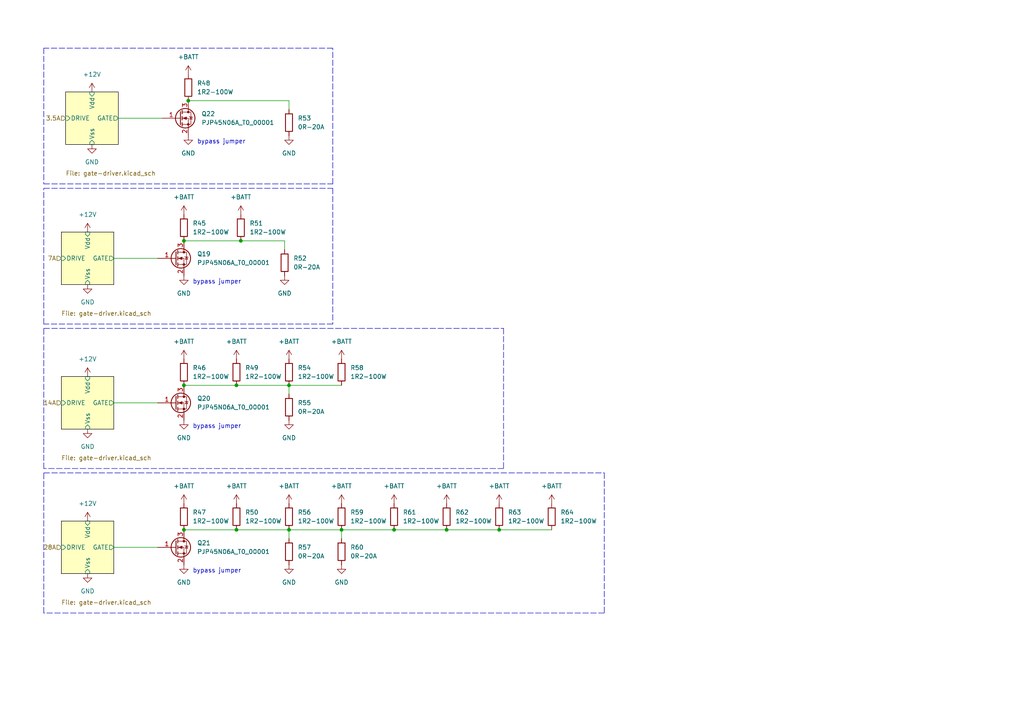
<source format=kicad_sch>
(kicad_sch (version 20211123) (generator eeschema)
  (paper "A4")
  (lib_symbols
    (symbol "OEM:0R-20A" (pin_numbers hide) (pin_names (offset 0))
      (property "Reference" "R" (at 2.032 0 90))
      (property "Value" "0R-20A" (at 0 0 90))
      (symbol "0R-20A_0_1"
        (rectangle (start -1.016 -2.54) (end 1.016 2.54) (stroke (width 0.254)))
      )
      (symbol "0R-20A_1_1"
        (pin passive line (at 0 3.81 270) (length 1.27) (name "~") (number "1"))
        (pin passive line (at 0 -3.81 90) (length 1.27) (name "~") (number "2"))
      )
    )
    (symbol "OEM:1R2-100W" (pin_numbers hide) (pin_names (offset 0))
      (property "Reference" "R" (at 2.032 0 90))
      (property "Value" "1R2-100W" (at 0 0 90))
      (symbol "1R2-100W_0_1"
        (rectangle (start -1.016 -2.54) (end 1.016 2.54) (stroke (width 0.254)))
      )
      (symbol "1R2-100W_1_1"
        (pin passive line (at 0 3.81 270) (length 1.27) (name "~") (number "1"))
        (pin passive line (at 0 -3.81 90) (length 1.27) (name "~") (number "2"))
      )
    )
    (symbol "OEM:PJP45N06A_T0_00001" (pin_names (offset 0) hide)
      (property "Reference" "Q" (at 5.08 1.905 0))
      (property "Value" "PJP45N06A_T0_00001" (at 5.08 0 0))
      (symbol "PJP45N06A_T0_00001_0_1"
        (polyline (pts (xy 0.762 -1.778) (xy 2.54 -1.778)))
        (polyline (pts (xy 0.762 -1.27) (xy 0.762 -2.286)) (stroke (width 0.254)))
        (polyline (pts (xy 0.762 0) (xy 2.54 0)))
        (polyline (pts (xy 0.762 0.508) (xy 0.762 -0.508)) (stroke (width 0.254)))
        (polyline (pts (xy 0.762 1.778) (xy 2.54 1.778)))
        (polyline (pts (xy 0.762 2.286) (xy 0.762 1.27)) (stroke (width 0.254)))
        (polyline (pts (xy 2.54 -1.778) (xy 2.54 -2.54)))
        (polyline (pts (xy 2.54 -1.778) (xy 2.54 0)))
        (polyline (pts (xy 2.54 2.54) (xy 2.54 1.778)))
        (polyline (pts (xy 0.254 1.905) (xy 0.254 -1.905) (xy 0.254 -1.905)) (stroke (width 0.254)))
        (polyline (pts (xy 1.016 0) (xy 2.032 0.381) (xy 2.032 -0.381) (xy 1.016 0)) (fill (type outline)))
        (polyline (pts (xy 2.54 -1.778) (xy 3.302 -1.778) (xy 3.302 1.778) (xy 2.54 1.778)))
        (polyline (pts (xy 2.794 0.508) (xy 2.921 0.381) (xy 3.683 0.381) (xy 3.81 0.254)))
        (polyline (pts (xy 3.302 0.381) (xy 2.921 -0.254) (xy 3.683 -0.254) (xy 3.302 0.381)))
        (circle (center 1.651 0) (radius 2.8194) (stroke (width 0.254)))
        (circle (center 2.54 -1.778) (radius 0.2794) (fill (type outline)))
        (circle (center 2.54 1.778) (radius 0.2794) (fill (type outline)))
      )
      (symbol "PJP45N06A_T0_00001_1_1"
        (pin input line (at -5.08 0 0) (length 5.334) (name "G") (number "1"))
        (pin passive line (at 2.54 -5.08 90) (length 2.54) (name "S") (number "2"))
        (pin passive line (at 2.54 5.08 270) (length 2.54) (name "D") (number "3"))
      )
    )
    (symbol "PJP45N06A_T0_00001_1" (pin_names (offset 0) hide)
      (property "Reference" "Q" (at 5.08 1.905 0))
      (property "Value" "PJP45N06A_T0_00001_1" (at 5.08 0 0))
      (symbol "PJP45N06A_T0_00001_1_0_1"
        (polyline (pts (xy 0.762 -1.778) (xy 2.54 -1.778)))
        (polyline (pts (xy 0.762 -1.27) (xy 0.762 -2.286)) (stroke (width 0.254)))
        (polyline (pts (xy 0.762 0) (xy 2.54 0)))
        (polyline (pts (xy 0.762 0.508) (xy 0.762 -0.508)) (stroke (width 0.254)))
        (polyline (pts (xy 0.762 1.778) (xy 2.54 1.778)))
        (polyline (pts (xy 0.762 2.286) (xy 0.762 1.27)) (stroke (width 0.254)))
        (polyline (pts (xy 2.54 -1.778) (xy 2.54 -2.54)))
        (polyline (pts (xy 2.54 -1.778) (xy 2.54 0)))
        (polyline (pts (xy 2.54 2.54) (xy 2.54 1.778)))
        (polyline (pts (xy 0.254 1.905) (xy 0.254 -1.905) (xy 0.254 -1.905)) (stroke (width 0.254)))
        (polyline (pts (xy 1.016 0) (xy 2.032 0.381) (xy 2.032 -0.381) (xy 1.016 0)) (fill (type outline)))
        (polyline (pts (xy 2.54 -1.778) (xy 3.302 -1.778) (xy 3.302 1.778) (xy 2.54 1.778)))
        (polyline (pts (xy 2.794 0.508) (xy 2.921 0.381) (xy 3.683 0.381) (xy 3.81 0.254)))
        (polyline (pts (xy 3.302 0.381) (xy 2.921 -0.254) (xy 3.683 -0.254) (xy 3.302 0.381)))
        (circle (center 1.651 0) (radius 2.8194) (stroke (width 0.254)))
        (circle (center 2.54 -1.778) (radius 0.2794) (fill (type outline)))
        (circle (center 2.54 1.778) (radius 0.2794) (fill (type outline)))
      )
      (symbol "PJP45N06A_T0_00001_1_1_1"
        (pin input line (at -5.08 0 0) (length 5.334) (name "G") (number "1"))
        (pin passive line (at 2.54 -5.08 90) (length 2.54) (name "S") (number "2"))
        (pin passive line (at 2.54 5.08 270) (length 2.54) (name "D") (number "3"))
      )
    )
    (symbol "PJP45N06A_T0_00001_2" (pin_names (offset 0) hide)
      (property "Reference" "Q" (at 5.08 1.905 0))
      (property "Value" "PJP45N06A_T0_00001_2" (at 5.08 0 0))
      (symbol "PJP45N06A_T0_00001_2_0_1"
        (polyline (pts (xy 0.762 -1.778) (xy 2.54 -1.778)))
        (polyline (pts (xy 0.762 -1.27) (xy 0.762 -2.286)) (stroke (width 0.254)))
        (polyline (pts (xy 0.762 0) (xy 2.54 0)))
        (polyline (pts (xy 0.762 0.508) (xy 0.762 -0.508)) (stroke (width 0.254)))
        (polyline (pts (xy 0.762 1.778) (xy 2.54 1.778)))
        (polyline (pts (xy 0.762 2.286) (xy 0.762 1.27)) (stroke (width 0.254)))
        (polyline (pts (xy 2.54 -1.778) (xy 2.54 -2.54)))
        (polyline (pts (xy 2.54 -1.778) (xy 2.54 0)))
        (polyline (pts (xy 2.54 2.54) (xy 2.54 1.778)))
        (polyline (pts (xy 0.254 1.905) (xy 0.254 -1.905) (xy 0.254 -1.905)) (stroke (width 0.254)))
        (polyline (pts (xy 1.016 0) (xy 2.032 0.381) (xy 2.032 -0.381) (xy 1.016 0)) (fill (type outline)))
        (polyline (pts (xy 2.54 -1.778) (xy 3.302 -1.778) (xy 3.302 1.778) (xy 2.54 1.778)))
        (polyline (pts (xy 2.794 0.508) (xy 2.921 0.381) (xy 3.683 0.381) (xy 3.81 0.254)))
        (polyline (pts (xy 3.302 0.381) (xy 2.921 -0.254) (xy 3.683 -0.254) (xy 3.302 0.381)))
        (circle (center 1.651 0) (radius 2.8194) (stroke (width 0.254)))
        (circle (center 2.54 -1.778) (radius 0.2794) (fill (type outline)))
        (circle (center 2.54 1.778) (radius 0.2794) (fill (type outline)))
      )
      (symbol "PJP45N06A_T0_00001_2_1_1"
        (pin input line (at -5.08 0 0) (length 5.334) (name "G") (number "1"))
        (pin passive line (at 2.54 -5.08 90) (length 2.54) (name "S") (number "2"))
        (pin passive line (at 2.54 5.08 270) (length 2.54) (name "D") (number "3"))
      )
    )
    (symbol "PJP45N06A_T0_00001_3" (pin_names (offset 0) hide)
      (property "Reference" "Q" (at 5.08 1.905 0))
      (property "Value" "PJP45N06A_T0_00001_3" (at 5.08 0 0))
      (symbol "PJP45N06A_T0_00001_3_0_1"
        (polyline (pts (xy 0.762 -1.778) (xy 2.54 -1.778)))
        (polyline (pts (xy 0.762 -1.27) (xy 0.762 -2.286)) (stroke (width 0.254)))
        (polyline (pts (xy 0.762 0) (xy 2.54 0)))
        (polyline (pts (xy 0.762 0.508) (xy 0.762 -0.508)) (stroke (width 0.254)))
        (polyline (pts (xy 0.762 1.778) (xy 2.54 1.778)))
        (polyline (pts (xy 0.762 2.286) (xy 0.762 1.27)) (stroke (width 0.254)))
        (polyline (pts (xy 2.54 -1.778) (xy 2.54 -2.54)))
        (polyline (pts (xy 2.54 -1.778) (xy 2.54 0)))
        (polyline (pts (xy 2.54 2.54) (xy 2.54 1.778)))
        (polyline (pts (xy 0.254 1.905) (xy 0.254 -1.905) (xy 0.254 -1.905)) (stroke (width 0.254)))
        (polyline (pts (xy 1.016 0) (xy 2.032 0.381) (xy 2.032 -0.381) (xy 1.016 0)) (fill (type outline)))
        (polyline (pts (xy 2.54 -1.778) (xy 3.302 -1.778) (xy 3.302 1.778) (xy 2.54 1.778)))
        (polyline (pts (xy 2.794 0.508) (xy 2.921 0.381) (xy 3.683 0.381) (xy 3.81 0.254)))
        (polyline (pts (xy 3.302 0.381) (xy 2.921 -0.254) (xy 3.683 -0.254) (xy 3.302 0.381)))
        (circle (center 1.651 0) (radius 2.8194) (stroke (width 0.254)))
        (circle (center 2.54 -1.778) (radius 0.2794) (fill (type outline)))
        (circle (center 2.54 1.778) (radius 0.2794) (fill (type outline)))
      )
      (symbol "PJP45N06A_T0_00001_3_1_1"
        (pin input line (at -5.08 0 0) (length 5.334) (name "G") (number "1"))
        (pin passive line (at 2.54 -5.08 90) (length 2.54) (name "S") (number "2"))
        (pin passive line (at 2.54 5.08 270) (length 2.54) (name "D") (number "3"))
      )
    )
    (symbol "power:+12V" (power) (pin_names (offset 0))
      (property "Value" "+12V" (at 0 3.556 0))
      (symbol "+12V_0_1"
        (polyline (pts (xy -0.762 1.27) (xy 0 2.54)))
        (polyline (pts (xy 0 0) (xy 0 2.54)))
        (polyline (pts (xy 0 2.54) (xy 0.762 1.27)))
      )
      (symbol "+12V_1_1"
        (pin power_in line (at 0 0 90) (length 0) hide (name "+12V") (number "1"))
      )
    )
    (symbol "power:+BATT" (power) (pin_names (offset 0))
      (property "Value" "+BATT" (at 0 3.556 0))
      (symbol "+BATT_0_1"
        (polyline (pts (xy -0.762 1.27) (xy 0 2.54)))
        (polyline (pts (xy 0 0) (xy 0 2.54)))
        (polyline (pts (xy 0 2.54) (xy 0.762 1.27)))
      )
      (symbol "+BATT_1_1"
        (pin power_in line (at 0 0 90) (length 0) hide (name "+BATT") (number "1"))
      )
    )
    (symbol "power:GND" (power) (pin_names (offset 0))
      (property "Value" "GND" (at 0 -3.81 0))
      (symbol "GND_0_1"
        (polyline (pts (xy 0 0) (xy 0 -1.27) (xy 1.27 -1.27) (xy 0 -2.54) (xy -1.27 -1.27) (xy 0 -1.27)))
      )
      (symbol "GND_1_1"
        (pin power_in line (at 0 0 270) (length 0) hide (name "GND") (number "1"))
      )
    )
  )
  (junction (at 53.34 153.67))
  (junction (at 99.06 153.67))
  (junction (at 114.3 153.67))
  (junction (at 83.82 111.76))
  (junction (at 68.58 153.67))
  (junction (at 54.61 29.21))
  (junction (at 53.34 111.76))
  (junction (at 83.82 153.67))
  (junction (at 129.54 153.67))
  (junction (at 69.85 69.85))
  (junction (at 68.58 111.76))
  (junction (at 144.78 153.67))
  (junction (at 53.34 69.85))
  (wire (pts (xy 69.85 69.85) (xy 82.55 69.85)))
  (wire (pts (xy 33.02 158.75) (xy 45.72 158.75)))
  (polyline (pts (xy 12.7 135.89) (xy 12.7 95.25)))
  (wire (pts (xy 33.02 116.84) (xy 45.72 116.84)))
  (wire (pts (xy 82.55 69.85) (xy 82.55 72.39)))
  (wire (pts (xy 54.61 29.21) (xy 83.82 29.21)))
  (wire (pts (xy 99.06 153.67) (xy 114.3 153.67)))
  (polyline (pts (xy 12.7 53.34) (xy 96.52 53.34)))
  (polyline (pts (xy 12.7 54.61) (xy 96.52 54.61)))
  (wire (pts (xy 83.82 29.21) (xy 83.82 31.75)))
  (polyline (pts (xy 146.05 95.25) (xy 146.05 135.89)))
  (wire (pts (xy 83.82 111.76) (xy 83.82 114.3)))
  (wire (pts (xy 83.82 111.76) (xy 99.06 111.76)))
  (wire (pts (xy 68.58 153.67) (xy 83.82 153.67)))
  (wire (pts (xy 129.54 153.67) (xy 144.78 153.67)))
  (wire (pts (xy 68.58 111.76) (xy 83.82 111.76)))
  (wire (pts (xy 53.34 153.67) (xy 68.58 153.67)))
  (polyline (pts (xy 12.7 177.8) (xy 12.7 137.16)))
  (polyline (pts (xy 146.05 135.89) (xy 12.7 135.89)))
  (polyline (pts (xy 96.52 54.61) (xy 96.52 93.98)))
  (wire (pts (xy 144.78 153.67) (xy 160.02 153.67)))
  (wire (pts (xy 83.82 153.67) (xy 99.06 153.67)))
  (wire (pts (xy 99.06 153.67) (xy 99.06 156.21)))
  (polyline (pts (xy 12.7 95.25) (xy 146.05 95.25)))
  (wire (pts (xy 53.34 69.85) (xy 69.85 69.85)))
  (wire (pts (xy 34.29 34.29) (xy 46.99 34.29)))
  (polyline (pts (xy 12.7 93.98) (xy 12.7 54.61)))
  (polyline (pts (xy 175.26 137.16) (xy 175.26 177.8)))
  (polyline (pts (xy 12.7 137.16) (xy 175.26 137.16)))
  (wire (pts (xy 114.3 153.67) (xy 129.54 153.67)))
  (polyline (pts (xy 175.26 177.8) (xy 12.7 177.8)))
  (polyline (pts (xy 12.7 13.97) (xy 12.7 53.34)))
  (polyline (pts (xy 96.52 13.97) (xy 12.7 13.97)))
  (wire (pts (xy 83.82 153.67) (xy 83.82 156.21)))
  (wire (pts (xy 33.02 74.93) (xy 45.72 74.93)))
  (polyline (pts (xy 96.52 53.34) (xy 96.52 13.97)))
  (wire (pts (xy 53.34 111.76) (xy 68.58 111.76)))
  (polyline (pts (xy 96.52 93.98) (xy 12.7 93.98)))
  (text "bypass jumper" (at 57.15 41.91 0) (effects (font (size 1.27 1.27)) (justify left bottom)))
  (text "bypass jumper" (at 55.88 124.46 0) (effects (font (size 1.27 1.27)) (justify left bottom)))
  (text "bypass jumper" (at 55.88 166.37 0) (effects (font (size 1.27 1.27)) (justify left bottom)))
  (text "bypass jumper" (at 55.88 82.55 0) (effects (font (size 1.27 1.27)) (justify left bottom)))
  (hierarchical_label "28A" (shape input) (at 17.78 158.75 180))
  (hierarchical_label "14A" (shape input) (at 17.78 116.84 180))
  (hierarchical_label "7A" (shape input) (at 17.78 74.93 180))
  (hierarchical_label "3.5A" (shape input) (at 19.05 34.29 180))
  (symbol (lib_id "power:GND") (at 82.55 80.01 0) (unit 1)
    (property "Reference" "#PWR?" (effects hide))
    (property "Value" "GND" (at 82.55 85.09 0))
  )
  (symbol (lib_id "power:+BATT") (at 68.58 104.14 0) (unit 1)
    (property "Reference" "#PWR?" (effects hide))
    (property "Value" "+BATT" (at 68.58 99.06 0))
  )
  (symbol (lib_id "OEM:0R-20A") (at 99.06 160.02 0) (unit 1)
    (property "Reference" "R60" (at 101.6 158.7499 0) (effects (justify left)))
    (property "Value" "0R-20A" (at 101.6 161.2899 0) (effects (justify left)))
    (property "Footprint" "OEM:Keystone_5102" (effects hide))
    (property "Datasheet" "https://drive.google.com/file/d/1HKFeeZF7ufPdA83_Gbo5zhYmCSN29wBu/view?usp=share_link" (effects hide))
    (property "MPN" "5102" (effects hide))
  )
  (symbol (lib_id "power:GND") (at 25.4 82.55 0) (unit 1)
    (property "Reference" "#PWR?" (effects hide))
    (property "Value" "GND" (at 25.4 87.63 0))
  )
  (symbol (lib_id "OEM:1R2-100W") (at 144.78 149.86 0) (unit 1)
    (property "Reference" "R63" (at 147.32 148.5899 0) (effects (justify left)))
    (property "Value" "1R2-100W" (at 147.32 151.1299 0) (effects (justify left)))
    (property "Footprint" "Package_TO_SOT_THT:TO-247-2_Vertical" (effects hide))
    (property "Datasheet" "https://drive.google.com/file/d/1gwS39Zu4b_rZUHjr1LJenuEY7YjjKYGq/view?usp=share_link" (effects hide))
  )
  (symbol (lib_id "power:+BATT") (at 53.34 146.05 0) (unit 1)
    (property "Reference" "#PWR?" (effects hide))
    (property "Value" "+BATT" (at 53.34 140.97 0))
  )
  (symbol (lib_id "OEM:1R2-100W") (at 68.58 149.86 0) (unit 1)
    (property "Reference" "R50" (at 71.12 148.5899 0) (effects (justify left)))
    (property "Value" "1R2-100W" (at 71.12 151.1299 0) (effects (justify left)))
    (property "Footprint" "Package_TO_SOT_THT:TO-247-2_Vertical" (effects hide))
    (property "Datasheet" "https://drive.google.com/file/d/1gwS39Zu4b_rZUHjr1LJenuEY7YjjKYGq/view?usp=share_link" (effects hide))
  )
  (symbol (lib_id "power:+12V") (at 25.4 109.22 0) (unit 1)
    (property "Reference" "#PWR?" (effects hide))
    (property "Value" "+12V" (at 25.4 104.14 0))
  )
  (symbol (lib_id "OEM:1R2-100W") (at 68.58 107.95 0) (unit 1)
    (property "Reference" "R49" (at 71.12 106.6799 0) (effects (justify left)))
    (property "Value" "1R2-100W" (at 71.12 109.2199 0) (effects (justify left)))
    (property "Footprint" "Package_TO_SOT_THT:TO-247-2_Vertical" (effects hide))
    (property "Datasheet" "https://drive.google.com/file/d/1gwS39Zu4b_rZUHjr1LJenuEY7YjjKYGq/view?usp=share_link" (effects hide))
  )
  (symbol (lib_id "power:+BATT") (at 54.61 21.59 0) (unit 1)
    (property "Reference" "#PWR?" (effects hide))
    (property "Value" "+BATT" (at 54.61 16.51 0))
  )
  (symbol (lib_id "power:GND") (at 53.34 121.92 0) (unit 1)
    (property "Reference" "#PWR?" (effects hide))
    (property "Value" "GND" (at 53.34 127 0))
  )
  (symbol (lib_id "power:+12V") (at 25.4 151.13 0) (unit 1)
    (property "Reference" "#PWR?" (effects hide))
    (property "Value" "+12V" (at 25.4 146.05 0))
  )
  (symbol (lib_id "power:GND") (at 83.82 163.83 0) (unit 1)
    (property "Reference" "#PWR?" (effects hide))
    (property "Value" "GND" (at 83.82 168.91 0))
  )
  (symbol (lib_id "power:+BATT") (at 114.3 146.05 0) (unit 1)
    (property "Reference" "#PWR?" (effects hide))
    (property "Value" "+BATT" (at 114.3 140.97 0))
  )
  (symbol (lib_id "power:+12V") (at 26.67 26.67 0) (unit 1)
    (property "Reference" "#PWR?" (effects hide))
    (property "Value" "+12V" (at 26.67 21.59 0))
  )
  (symbol (lib_id "OEM:1R2-100W") (at 99.06 149.86 0) (unit 1)
    (property "Reference" "R59" (at 101.6 148.5899 0) (effects (justify left)))
    (property "Value" "1R2-100W" (at 101.6 151.1299 0) (effects (justify left)))
    (property "Footprint" "Package_TO_SOT_THT:TO-247-2_Vertical" (effects hide))
    (property "Datasheet" "https://drive.google.com/file/d/1gwS39Zu4b_rZUHjr1LJenuEY7YjjKYGq/view?usp=share_link" (effects hide))
  )
  (symbol (lib_id "power:+BATT") (at 68.58 146.05 0) (unit 1)
    (property "Reference" "#PWR?" (effects hide))
    (property "Value" "+BATT" (at 68.58 140.97 0))
  )
  (symbol (lib_id "power:GND") (at 26.67 41.91 0) (unit 1)
    (property "Reference" "#PWR?" (effects hide))
    (property "Value" "GND" (at 26.67 46.99 0))
  )
  (symbol (lib_id "power:GND") (at 99.06 163.83 0) (unit 1)
    (property "Reference" "#PWR?" (effects hide))
    (property "Value" "GND" (at 99.06 168.91 0))
  )
  (symbol (lib_id "power:+BATT") (at 144.78 146.05 0) (unit 1)
    (property "Reference" "#PWR?" (effects hide))
    (property "Value" "+BATT" (at 144.78 140.97 0))
  )
  (symbol (lib_name "PJP45N06A_T0_00001_1") (lib_id "OEM:PJP45N06A_T0_00001") (at 52.07 34.29 0) (unit 1)
    (property "Reference" "Q22" (at 58.42 33.0199 0) (effects (justify left)))
    (property "Value" "PJP45N06A_T0_00001" (at 58.42 35.5599 0) (effects (justify left)))
    (property "Footprint" "Package_TO_SOT_THT:TO-220-3_Vertical" (effects hide))
    (property "Datasheet" "https://drive.google.com/file/d/1sVaQhWpQOb1DdyRhf0dJvVOk61Lfb5uU/view?usp=share_link" (effects hide))
  )
  (symbol (lib_id "power:+BATT") (at 83.82 146.05 0) (unit 1)
    (property "Reference" "#PWR?" (effects hide))
    (property "Value" "+BATT" (at 83.82 140.97 0))
  )
  (symbol (lib_id "OEM:1R2-100W") (at 53.34 66.04 0) (unit 1)
    (property "Reference" "R45" (at 55.88 64.7699 0) (effects (justify left)))
    (property "Value" "1R2-100W" (at 55.88 67.3099 0) (effects (justify left)))
    (property "Footprint" "Package_TO_SOT_THT:TO-247-2_Vertical" (effects hide))
    (property "Datasheet" "https://drive.google.com/file/d/1gwS39Zu4b_rZUHjr1LJenuEY7YjjKYGq/view?usp=share_link" (effects hide))
  )
  (symbol (lib_id "OEM:1R2-100W") (at 83.82 149.86 0) (unit 1)
    (property "Reference" "R56" (at 86.36 148.5899 0) (effects (justify left)))
    (property "Value" "1R2-100W" (at 86.36 151.1299 0) (effects (justify left)))
    (property "Footprint" "Package_TO_SOT_THT:TO-247-2_Vertical" (effects hide))
    (property "Datasheet" "https://drive.google.com/file/d/1gwS39Zu4b_rZUHjr1LJenuEY7YjjKYGq/view?usp=share_link" (effects hide))
  )
  (symbol (lib_id "power:+BATT") (at 83.82 104.14 0) (unit 1)
    (property "Reference" "#PWR?" (effects hide))
    (property "Value" "+BATT" (at 83.82 99.06 0))
  )
  (symbol (lib_id "OEM:1R2-100W") (at 53.34 107.95 0) (unit 1)
    (property "Reference" "R46" (at 55.88 106.6799 0) (effects (justify left)))
    (property "Value" "1R2-100W" (at 55.88 109.2199 0) (effects (justify left)))
    (property "Footprint" "Package_TO_SOT_THT:TO-247-2_Vertical" (effects hide))
    (property "Datasheet" "https://drive.google.com/file/d/1gwS39Zu4b_rZUHjr1LJenuEY7YjjKYGq/view?usp=share_link" (effects hide))
  )
  (symbol (lib_id "power:+12V") (at 25.4 67.31 0) (unit 1)
    (property "Reference" "#PWR?" (effects hide))
    (property "Value" "+12V" (at 25.4 62.23 0))
  )
  (symbol (lib_id "OEM:1R2-100W") (at 114.3 149.86 0) (unit 1)
    (property "Reference" "R61" (at 116.84 148.5899 0) (effects (justify left)))
    (property "Value" "1R2-100W" (at 116.84 151.1299 0) (effects (justify left)))
    (property "Footprint" "Package_TO_SOT_THT:TO-247-2_Vertical" (effects hide))
    (property "Datasheet" "https://drive.google.com/file/d/1gwS39Zu4b_rZUHjr1LJenuEY7YjjKYGq/view?usp=share_link" (effects hide))
  )
  (symbol (lib_id "power:+BATT") (at 53.34 62.23 0) (unit 1)
    (property "Reference" "#PWR?" (effects hide))
    (property "Value" "+BATT" (at 53.34 57.15 0))
  )
  (symbol (lib_id "OEM:1R2-100W") (at 99.06 107.95 0) (unit 1)
    (property "Reference" "R58" (at 101.6 106.6799 0) (effects (justify left)))
    (property "Value" "1R2-100W" (at 101.6 109.2199 0) (effects (justify left)))
    (property "Footprint" "Package_TO_SOT_THT:TO-247-2_Vertical" (effects hide))
    (property "Datasheet" "https://drive.google.com/file/d/1gwS39Zu4b_rZUHjr1LJenuEY7YjjKYGq/view?usp=share_link" (effects hide))
  )
  (symbol (lib_id "power:GND") (at 25.4 166.37 0) (unit 1)
    (property "Reference" "#PWR?" (effects hide))
    (property "Value" "GND" (at 25.4 171.45 0))
  )
  (symbol (lib_id "power:+BATT") (at 99.06 146.05 0) (unit 1)
    (property "Reference" "#PWR?" (effects hide))
    (property "Value" "+BATT" (at 99.06 140.97 0))
  )
  (symbol (lib_id "OEM:1R2-100W") (at 54.61 25.4 0) (unit 1)
    (property "Reference" "R48" (at 57.15 24.1299 0) (effects (justify left)))
    (property "Value" "1R2-100W" (at 57.15 26.6699 0) (effects (justify left)))
    (property "Footprint" "Package_TO_SOT_THT:TO-247-2_Vertical" (effects hide))
    (property "Datasheet" "https://drive.google.com/file/d/1gwS39Zu4b_rZUHjr1LJenuEY7YjjKYGq/view?usp=share_link" (effects hide))
  )
  (symbol (lib_id "power:+BATT") (at 160.02 146.05 0) (unit 1)
    (property "Reference" "#PWR?" (effects hide))
    (property "Value" "+BATT" (at 160.02 140.97 0))
  )
  (symbol (lib_id "OEM:0R-20A") (at 83.82 118.11 0) (unit 1)
    (property "Reference" "R55" (at 86.36 116.8399 0) (effects (justify left)))
    (property "Value" "0R-20A" (at 86.36 119.3799 0) (effects (justify left)))
    (property "Footprint" "OEM:Keystone_5102" (effects hide))
    (property "Datasheet" "https://drive.google.com/file/d/1HKFeeZF7ufPdA83_Gbo5zhYmCSN29wBu/view?usp=share_link" (effects hide))
    (property "MPN" "5102" (effects hide))
  )
  (symbol (lib_id "power:+BATT") (at 99.06 104.14 0) (unit 1)
    (property "Reference" "#PWR?" (effects hide))
    (property "Value" "+BATT" (at 99.06 99.06 0))
  )
  (symbol (lib_id "OEM:1R2-100W") (at 129.54 149.86 0) (unit 1)
    (property "Reference" "R62" (at 132.08 148.5899 0) (effects (justify left)))
    (property "Value" "1R2-100W" (at 132.08 151.1299 0) (effects (justify left)))
    (property "Footprint" "Package_TO_SOT_THT:TO-247-2_Vertical" (effects hide))
    (property "Datasheet" "https://drive.google.com/file/d/1gwS39Zu4b_rZUHjr1LJenuEY7YjjKYGq/view?usp=share_link" (effects hide))
  )
  (symbol (lib_id "power:GND") (at 53.34 163.83 0) (unit 1)
    (property "Reference" "#PWR?" (effects hide))
    (property "Value" "GND" (at 53.34 168.91 0))
  )
  (symbol (lib_id "power:GND") (at 54.61 39.37 0) (unit 1)
    (property "Reference" "#PWR?" (effects hide))
    (property "Value" "GND" (at 54.61 44.45 0))
  )
  (symbol (lib_id "OEM:PJP45N06A_T0_00001") (at 50.8 158.75 0) (unit 1)
    (property "Reference" "Q21" (at 57.15 157.4799 0) (effects (justify left)))
    (property "Value" "PJP45N06A_T0_00001" (at 57.15 160.0199 0) (effects (justify left)))
    (property "Footprint" "Package_TO_SOT_THT:TO-220-3_Vertical" (effects hide))
    (property "Datasheet" "https://drive.google.com/file/d/1sVaQhWpQOb1DdyRhf0dJvVOk61Lfb5uU/view?usp=share_link" (effects hide))
  )
  (symbol (lib_id "power:GND") (at 53.34 80.01 0) (unit 1)
    (property "Reference" "#PWR?" (effects hide))
    (property "Value" "GND" (at 53.34 85.09 0))
  )
  (symbol (lib_name "PJP45N06A_T0_00001_2") (lib_id "OEM:PJP45N06A_T0_00001") (at 50.8 74.93 0) (unit 1)
    (property "Reference" "Q19" (at 57.15 73.6599 0) (effects (justify left)))
    (property "Value" "PJP45N06A_T0_00001" (at 57.15 76.1999 0) (effects (justify left)))
    (property "Footprint" "Package_TO_SOT_THT:TO-220-3_Vertical" (effects hide))
    (property "Datasheet" "https://drive.google.com/file/d/1sVaQhWpQOb1DdyRhf0dJvVOk61Lfb5uU/view?usp=share_link" (effects hide))
  )
  (symbol (lib_id "OEM:1R2-100W") (at 53.34 149.86 0) (unit 1)
    (property "Reference" "R47" (at 55.88 148.5899 0) (effects (justify left)))
    (property "Value" "1R2-100W" (at 55.88 151.1299 0) (effects (justify left)))
    (property "Footprint" "Package_TO_SOT_THT:TO-247-2_Vertical" (effects hide))
    (property "Datasheet" "https://drive.google.com/file/d/1gwS39Zu4b_rZUHjr1LJenuEY7YjjKYGq/view?usp=share_link" (effects hide))
  )
  (symbol (lib_id "OEM:0R-20A") (at 82.55 76.2 0) (unit 1)
    (property "Reference" "R52" (at 85.09 74.9299 0) (effects (justify left)))
    (property "Value" "0R-20A" (at 85.09 77.4699 0) (effects (justify left)))
    (property "Footprint" "OEM:Keystone_5102" (effects hide))
    (property "Datasheet" "https://drive.google.com/file/d/1HKFeeZF7ufPdA83_Gbo5zhYmCSN29wBu/view?usp=share_link" (effects hide))
    (property "MPN" "5102" (effects hide))
  )
  (symbol (lib_id "power:+BATT") (at 129.54 146.05 0) (unit 1)
    (property "Reference" "#PWR?" (effects hide))
    (property "Value" "+BATT" (at 129.54 140.97 0))
  )
  (symbol (lib_id "OEM:1R2-100W") (at 69.85 66.04 0) (unit 1)
    (property "Reference" "R51" (at 72.39 64.7699 0) (effects (justify left)))
    (property "Value" "1R2-100W" (at 72.39 67.3099 0) (effects (justify left)))
    (property "Footprint" "Package_TO_SOT_THT:TO-247-2_Vertical" (effects hide))
    (property "Datasheet" "https://drive.google.com/file/d/1gwS39Zu4b_rZUHjr1LJenuEY7YjjKYGq/view?usp=share_link" (effects hide))
  )
  (symbol (lib_id "power:GND") (at 83.82 39.37 0) (unit 1)
    (property "Reference" "#PWR?" (effects hide))
    (property "Value" "GND" (at 83.82 44.45 0))
  )
  (symbol (lib_id "power:+BATT") (at 69.85 62.23 0) (unit 1)
    (property "Reference" "#PWR?" (effects hide))
    (property "Value" "+BATT" (at 69.85 57.15 0))
  )
  (symbol (lib_id "power:GND") (at 25.4 124.46 0) (unit 1)
    (property "Reference" "#PWR?" (effects hide))
    (property "Value" "GND" (at 25.4 129.54 0))
  )
  (symbol (lib_name "PJP45N06A_T0_00001_3") (lib_id "OEM:PJP45N06A_T0_00001") (at 50.8 116.84 0) (unit 1)
    (property "Reference" "Q20" (at 57.15 115.5699 0) (effects (justify left)))
    (property "Value" "PJP45N06A_T0_00001" (at 57.15 118.1099 0) (effects (justify left)))
    (property "Footprint" "Package_TO_SOT_THT:TO-220-3_Vertical" (effects hide))
    (property "Datasheet" "https://drive.google.com/file/d/1sVaQhWpQOb1DdyRhf0dJvVOk61Lfb5uU/view?usp=share_link" (effects hide))
  )
  (symbol (lib_id "power:+BATT") (at 53.34 104.14 0) (unit 1)
    (property "Reference" "#PWR?" (effects hide))
    (property "Value" "+BATT" (at 53.34 99.06 0))
  )
  (symbol (lib_id "OEM:1R2-100W") (at 83.82 107.95 0) (unit 1)
    (property "Reference" "R54" (at 86.36 106.6799 0) (effects (justify left)))
    (property "Value" "1R2-100W" (at 86.36 109.2199 0) (effects (justify left)))
    (property "Footprint" "Package_TO_SOT_THT:TO-247-2_Vertical" (effects hide))
    (property "Datasheet" "https://drive.google.com/file/d/1gwS39Zu4b_rZUHjr1LJenuEY7YjjKYGq/view?usp=share_link" (effects hide))
  )
  (symbol (lib_id "OEM:1R2-100W") (at 160.02 149.86 0) (unit 1)
    (property "Reference" "R64" (at 162.56 148.5899 0) (effects (justify left)))
    (property "Value" "1R2-100W" (at 162.56 151.1299 0) (effects (justify left)))
    (property "Footprint" "Package_TO_SOT_THT:TO-247-2_Vertical" (effects hide))
    (property "Datasheet" "https://drive.google.com/file/d/1gwS39Zu4b_rZUHjr1LJenuEY7YjjKYGq/view?usp=share_link" (effects hide))
  )
  (symbol (lib_id "power:GND") (at 83.82 121.92 0) (unit 1)
    (property "Reference" "#PWR?" (effects hide))
    (property "Value" "GND" (at 83.82 127 0))
  )
  (symbol (lib_id "OEM:0R-20A") (at 83.82 160.02 0) (unit 1)
    (property "Reference" "R57" (at 86.36 158.7499 0) (effects (justify left)))
    (property "Value" "0R-20A" (at 86.36 161.2899 0) (effects (justify left)))
    (property "Footprint" "OEM:Keystone_5102" (effects hide))
    (property "Datasheet" "https://drive.google.com/file/d/1HKFeeZF7ufPdA83_Gbo5zhYmCSN29wBu/view?usp=share_link" (effects hide))
    (property "MPN" "5102" (effects hide))
  )
  (symbol (lib_id "OEM:0R-20A") (at 83.82 35.56 0) (unit 1)
    (property "Reference" "R53" (at 86.36 34.2899 0) (effects (justify left)))
    (property "Value" "0R-20A" (at 86.36 36.8299 0) (effects (justify left)))
    (property "Footprint" "OEM:Keystone_5102" (effects hide))
    (property "Datasheet" "https://drive.google.com/file/d/1HKFeeZF7ufPdA83_Gbo5zhYmCSN29wBu/view?usp=share_link" (effects hide))
    (property "MPN" "5102" (effects hide))
  )
  (sheet (at 17.78 151.13) (size 15.24 15.24) (stroke (width 0.1524) (color 0 0 0 1)) (fill (color 255 255 194 1.0000))
    (property "Sheet name" "12V Gate Driver9" (effects hide))
    (property "Sheet file" "gate-driver.kicad_sch" (at 17.78 173.99 0) (effects (justify left top)))
    (pin "GATE" output (at 33.02 158.75 0))
    (pin "DRIVE" input (at 17.78 158.75 180))
    (pin "Vss" input (at 25.4 166.37 270))
    (pin "Vdd" input (at 25.4 151.13 90))
  )
  (sheet (at 17.78 109.22) (size 15.24 15.24) (stroke (width 0.1524) (color 0 0 0 1)) (fill (color 255 255 194 1.0000))
    (property "Sheet name" "12V Gate Driver8" (effects hide))
    (property "Sheet file" "gate-driver.kicad_sch" (at 17.78 132.08 0) (effects (justify left top)))
    (pin "GATE" output (at 33.02 116.84 0))
    (pin "DRIVE" input (at 17.78 116.84 180))
    (pin "Vss" input (at 25.4 124.46 270))
    (pin "Vdd" input (at 25.4 109.22 90))
  )
  (sheet (at 19.05 26.67) (size 15.24 15.24) (stroke (width 0.1524) (color 0 0 0 1)) (fill (color 255 255 194 1.0000))
    (property "Sheet name" "12V Gate Driver6" (effects hide))
    (property "Sheet file" "gate-driver.kicad_sch" (at 19.05 49.53 0) (effects (justify left top)))
    (pin "GATE" output (at 34.29 34.29 0))
    (pin "DRIVE" input (at 19.05 34.29 180))
    (pin "Vss" input (at 26.67 41.91 270))
    (pin "Vdd" input (at 26.67 26.67 90))
  )
  (sheet (at 17.78 67.31) (size 15.24 15.24) (stroke (width 0.1524) (color 0 0 0 1)) (fill (color 255 255 194 1.0000))
    (property "Sheet name" "12V Gate Driver7" (effects hide))
    (property "Sheet file" "gate-driver.kicad_sch" (at 17.78 90.17 0) (effects (justify left top)))
    (pin "GATE" output (at 33.02 74.93 0))
    (pin "DRIVE" input (at 17.78 74.93 180))
    (pin "Vss" input (at 25.4 82.55 270))
    (pin "Vdd" input (at 25.4 67.31 90))
  )
)
</source>
